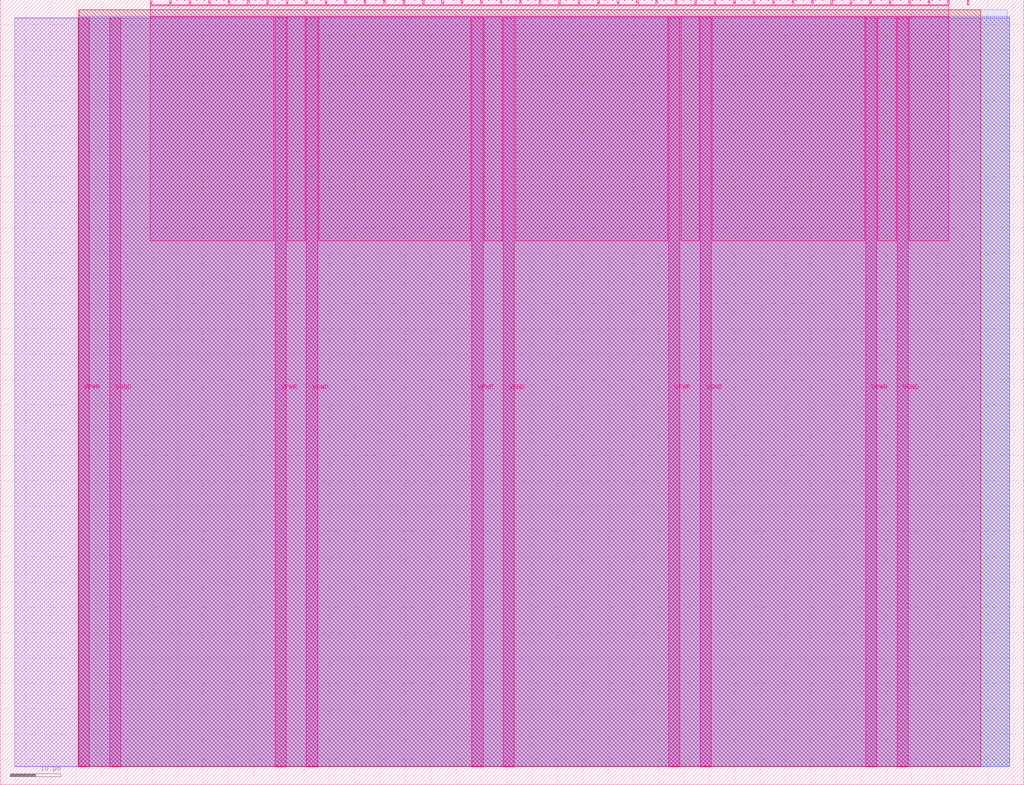
<source format=lef>
VERSION 5.7 ;
  NOWIREEXTENSIONATPIN ON ;
  DIVIDERCHAR "/" ;
  BUSBITCHARS "[]" ;
MACRO tt_um_claudiotalarico_counter
  CLASS BLOCK ;
  FOREIGN tt_um_claudiotalarico_counter ;
  ORIGIN 0.000 0.000 ;
  SIZE 202.080 BY 154.980 ;
  PIN VGND
    DIRECTION INOUT ;
    USE GROUND ;
    PORT
      LAYER Metal5 ;
        RECT 21.580 3.560 23.780 151.420 ;
    END
    PORT
      LAYER Metal5 ;
        RECT 60.450 3.560 62.650 151.420 ;
    END
    PORT
      LAYER Metal5 ;
        RECT 99.320 3.560 101.520 151.420 ;
    END
    PORT
      LAYER Metal5 ;
        RECT 138.190 3.560 140.390 151.420 ;
    END
    PORT
      LAYER Metal5 ;
        RECT 177.060 3.560 179.260 151.420 ;
    END
  END VGND
  PIN VPWR
    DIRECTION INOUT ;
    USE POWER ;
    PORT
      LAYER Metal5 ;
        RECT 15.380 3.560 17.580 151.420 ;
    END
    PORT
      LAYER Metal5 ;
        RECT 54.250 3.560 56.450 151.420 ;
    END
    PORT
      LAYER Metal5 ;
        RECT 93.120 3.560 95.320 151.420 ;
    END
    PORT
      LAYER Metal5 ;
        RECT 131.990 3.560 134.190 151.420 ;
    END
    PORT
      LAYER Metal5 ;
        RECT 170.860 3.560 173.060 151.420 ;
    END
  END VPWR
  PIN clk
    DIRECTION INPUT ;
    USE SIGNAL ;
    ANTENNAGATEAREA 0.213200 ;
    PORT
      LAYER Metal5 ;
        RECT 187.050 153.980 187.350 154.980 ;
    END
  END clk
  PIN ena
    DIRECTION INPUT ;
    USE SIGNAL ;
    PORT
      LAYER Metal5 ;
        RECT 190.890 153.980 191.190 154.980 ;
    END
  END ena
  PIN rst_n
    DIRECTION INPUT ;
    USE SIGNAL ;
    ANTENNAGATEAREA 0.180700 ;
    PORT
      LAYER Metal5 ;
        RECT 183.210 153.980 183.510 154.980 ;
    END
  END rst_n
  PIN ui_in[0]
    DIRECTION INPUT ;
    USE SIGNAL ;
    ANTENNAGATEAREA 0.180700 ;
    PORT
      LAYER Metal5 ;
        RECT 179.370 153.980 179.670 154.980 ;
    END
  END ui_in[0]
  PIN ui_in[1]
    DIRECTION INPUT ;
    USE SIGNAL ;
    ANTENNAGATEAREA 0.213200 ;
    PORT
      LAYER Metal5 ;
        RECT 175.530 153.980 175.830 154.980 ;
    END
  END ui_in[1]
  PIN ui_in[2]
    DIRECTION INPUT ;
    USE SIGNAL ;
    ANTENNAGATEAREA 0.180700 ;
    PORT
      LAYER Metal5 ;
        RECT 171.690 153.980 171.990 154.980 ;
    END
  END ui_in[2]
  PIN ui_in[3]
    DIRECTION INPUT ;
    USE SIGNAL ;
    PORT
      LAYER Metal5 ;
        RECT 167.850 153.980 168.150 154.980 ;
    END
  END ui_in[3]
  PIN ui_in[4]
    DIRECTION INPUT ;
    USE SIGNAL ;
    PORT
      LAYER Metal5 ;
        RECT 164.010 153.980 164.310 154.980 ;
    END
  END ui_in[4]
  PIN ui_in[5]
    DIRECTION INPUT ;
    USE SIGNAL ;
    PORT
      LAYER Metal5 ;
        RECT 160.170 153.980 160.470 154.980 ;
    END
  END ui_in[5]
  PIN ui_in[6]
    DIRECTION INPUT ;
    USE SIGNAL ;
    PORT
      LAYER Metal5 ;
        RECT 156.330 153.980 156.630 154.980 ;
    END
  END ui_in[6]
  PIN ui_in[7]
    DIRECTION INPUT ;
    USE SIGNAL ;
    PORT
      LAYER Metal5 ;
        RECT 152.490 153.980 152.790 154.980 ;
    END
  END ui_in[7]
  PIN uio_in[0]
    DIRECTION INPUT ;
    USE SIGNAL ;
    PORT
      LAYER Metal5 ;
        RECT 148.650 153.980 148.950 154.980 ;
    END
  END uio_in[0]
  PIN uio_in[1]
    DIRECTION INPUT ;
    USE SIGNAL ;
    PORT
      LAYER Metal5 ;
        RECT 144.810 153.980 145.110 154.980 ;
    END
  END uio_in[1]
  PIN uio_in[2]
    DIRECTION INPUT ;
    USE SIGNAL ;
    PORT
      LAYER Metal5 ;
        RECT 140.970 153.980 141.270 154.980 ;
    END
  END uio_in[2]
  PIN uio_in[3]
    DIRECTION INPUT ;
    USE SIGNAL ;
    PORT
      LAYER Metal5 ;
        RECT 137.130 153.980 137.430 154.980 ;
    END
  END uio_in[3]
  PIN uio_in[4]
    DIRECTION INPUT ;
    USE SIGNAL ;
    PORT
      LAYER Metal5 ;
        RECT 133.290 153.980 133.590 154.980 ;
    END
  END uio_in[4]
  PIN uio_in[5]
    DIRECTION INPUT ;
    USE SIGNAL ;
    PORT
      LAYER Metal5 ;
        RECT 129.450 153.980 129.750 154.980 ;
    END
  END uio_in[5]
  PIN uio_in[6]
    DIRECTION INPUT ;
    USE SIGNAL ;
    PORT
      LAYER Metal5 ;
        RECT 125.610 153.980 125.910 154.980 ;
    END
  END uio_in[6]
  PIN uio_in[7]
    DIRECTION INPUT ;
    USE SIGNAL ;
    PORT
      LAYER Metal5 ;
        RECT 121.770 153.980 122.070 154.980 ;
    END
  END uio_in[7]
  PIN uio_oe[0]
    DIRECTION OUTPUT ;
    USE SIGNAL ;
    ANTENNADIFFAREA 0.299200 ;
    PORT
      LAYER Metal5 ;
        RECT 56.490 153.980 56.790 154.980 ;
    END
  END uio_oe[0]
  PIN uio_oe[1]
    DIRECTION OUTPUT ;
    USE SIGNAL ;
    ANTENNADIFFAREA 0.299200 ;
    PORT
      LAYER Metal5 ;
        RECT 52.650 153.980 52.950 154.980 ;
    END
  END uio_oe[1]
  PIN uio_oe[2]
    DIRECTION OUTPUT ;
    USE SIGNAL ;
    ANTENNADIFFAREA 0.299200 ;
    PORT
      LAYER Metal5 ;
        RECT 48.810 153.980 49.110 154.980 ;
    END
  END uio_oe[2]
  PIN uio_oe[3]
    DIRECTION OUTPUT ;
    USE SIGNAL ;
    ANTENNADIFFAREA 0.299200 ;
    PORT
      LAYER Metal5 ;
        RECT 44.970 153.980 45.270 154.980 ;
    END
  END uio_oe[3]
  PIN uio_oe[4]
    DIRECTION OUTPUT ;
    USE SIGNAL ;
    ANTENNADIFFAREA 0.299200 ;
    PORT
      LAYER Metal5 ;
        RECT 41.130 153.980 41.430 154.980 ;
    END
  END uio_oe[4]
  PIN uio_oe[5]
    DIRECTION OUTPUT ;
    USE SIGNAL ;
    ANTENNADIFFAREA 0.299200 ;
    PORT
      LAYER Metal5 ;
        RECT 37.290 153.980 37.590 154.980 ;
    END
  END uio_oe[5]
  PIN uio_oe[6]
    DIRECTION OUTPUT ;
    USE SIGNAL ;
    ANTENNADIFFAREA 0.299200 ;
    PORT
      LAYER Metal5 ;
        RECT 33.450 153.980 33.750 154.980 ;
    END
  END uio_oe[6]
  PIN uio_oe[7]
    DIRECTION OUTPUT ;
    USE SIGNAL ;
    ANTENNADIFFAREA 0.299200 ;
    PORT
      LAYER Metal5 ;
        RECT 29.610 153.980 29.910 154.980 ;
    END
  END uio_oe[7]
  PIN uio_out[0]
    DIRECTION OUTPUT ;
    USE SIGNAL ;
    ANTENNADIFFAREA 0.299200 ;
    PORT
      LAYER Metal5 ;
        RECT 87.210 153.980 87.510 154.980 ;
    END
  END uio_out[0]
  PIN uio_out[1]
    DIRECTION OUTPUT ;
    USE SIGNAL ;
    ANTENNADIFFAREA 0.299200 ;
    PORT
      LAYER Metal5 ;
        RECT 83.370 153.980 83.670 154.980 ;
    END
  END uio_out[1]
  PIN uio_out[2]
    DIRECTION OUTPUT ;
    USE SIGNAL ;
    ANTENNADIFFAREA 0.299200 ;
    PORT
      LAYER Metal5 ;
        RECT 79.530 153.980 79.830 154.980 ;
    END
  END uio_out[2]
  PIN uio_out[3]
    DIRECTION OUTPUT ;
    USE SIGNAL ;
    ANTENNADIFFAREA 0.299200 ;
    PORT
      LAYER Metal5 ;
        RECT 75.690 153.980 75.990 154.980 ;
    END
  END uio_out[3]
  PIN uio_out[4]
    DIRECTION OUTPUT ;
    USE SIGNAL ;
    ANTENNADIFFAREA 0.299200 ;
    PORT
      LAYER Metal5 ;
        RECT 71.850 153.980 72.150 154.980 ;
    END
  END uio_out[4]
  PIN uio_out[5]
    DIRECTION OUTPUT ;
    USE SIGNAL ;
    ANTENNADIFFAREA 0.299200 ;
    PORT
      LAYER Metal5 ;
        RECT 68.010 153.980 68.310 154.980 ;
    END
  END uio_out[5]
  PIN uio_out[6]
    DIRECTION OUTPUT ;
    USE SIGNAL ;
    ANTENNADIFFAREA 0.299200 ;
    PORT
      LAYER Metal5 ;
        RECT 64.170 153.980 64.470 154.980 ;
    END
  END uio_out[6]
  PIN uio_out[7]
    DIRECTION OUTPUT ;
    USE SIGNAL ;
    ANTENNADIFFAREA 0.299200 ;
    PORT
      LAYER Metal5 ;
        RECT 60.330 153.980 60.630 154.980 ;
    END
  END uio_out[7]
  PIN uo_out[0]
    DIRECTION OUTPUT ;
    USE SIGNAL ;
    ANTENNAGATEAREA 0.709800 ;
    ANTENNADIFFAREA 0.632400 ;
    PORT
      LAYER Metal5 ;
        RECT 117.930 153.980 118.230 154.980 ;
    END
  END uo_out[0]
  PIN uo_out[1]
    DIRECTION OUTPUT ;
    USE SIGNAL ;
    ANTENNAGATEAREA 0.926900 ;
    ANTENNADIFFAREA 0.632400 ;
    PORT
      LAYER Metal5 ;
        RECT 114.090 153.980 114.390 154.980 ;
    END
  END uo_out[1]
  PIN uo_out[2]
    DIRECTION OUTPUT ;
    USE SIGNAL ;
    ANTENNAGATEAREA 0.841100 ;
    ANTENNADIFFAREA 0.632400 ;
    PORT
      LAYER Metal5 ;
        RECT 110.250 153.980 110.550 154.980 ;
    END
  END uo_out[2]
  PIN uo_out[3]
    DIRECTION OUTPUT ;
    USE SIGNAL ;
    ANTENNAGATEAREA 0.434200 ;
    ANTENNADIFFAREA 0.632400 ;
    PORT
      LAYER Metal5 ;
        RECT 106.410 153.980 106.710 154.980 ;
    END
  END uo_out[3]
  PIN uo_out[4]
    DIRECTION OUTPUT ;
    USE SIGNAL ;
    ANTENNADIFFAREA 0.299200 ;
    PORT
      LAYER Metal5 ;
        RECT 102.570 153.980 102.870 154.980 ;
    END
  END uo_out[4]
  PIN uo_out[5]
    DIRECTION OUTPUT ;
    USE SIGNAL ;
    ANTENNADIFFAREA 0.299200 ;
    PORT
      LAYER Metal5 ;
        RECT 98.730 153.980 99.030 154.980 ;
    END
  END uo_out[5]
  PIN uo_out[6]
    DIRECTION OUTPUT ;
    USE SIGNAL ;
    ANTENNADIFFAREA 0.299200 ;
    PORT
      LAYER Metal5 ;
        RECT 94.890 153.980 95.190 154.980 ;
    END
  END uo_out[6]
  PIN uo_out[7]
    DIRECTION OUTPUT ;
    USE SIGNAL ;
    ANTENNADIFFAREA 0.299200 ;
    PORT
      LAYER Metal5 ;
        RECT 91.050 153.980 91.350 154.980 ;
    END
  END uo_out[7]
  OBS
      LAYER GatPoly ;
        RECT 2.880 3.630 199.200 151.350 ;
      LAYER Metal1 ;
        RECT 2.880 3.560 199.200 151.420 ;
      LAYER Metal2 ;
        RECT 15.515 3.680 199.300 151.720 ;
      LAYER Metal3 ;
        RECT 15.560 3.635 198.820 153.025 ;
      LAYER Metal4 ;
        RECT 15.515 3.680 193.585 152.980 ;
      LAYER Metal5 ;
        RECT 30.120 153.770 33.240 153.980 ;
        RECT 33.960 153.770 37.080 153.980 ;
        RECT 37.800 153.770 40.920 153.980 ;
        RECT 41.640 153.770 44.760 153.980 ;
        RECT 45.480 153.770 48.600 153.980 ;
        RECT 49.320 153.770 52.440 153.980 ;
        RECT 53.160 153.770 56.280 153.980 ;
        RECT 57.000 153.770 60.120 153.980 ;
        RECT 60.840 153.770 63.960 153.980 ;
        RECT 64.680 153.770 67.800 153.980 ;
        RECT 68.520 153.770 71.640 153.980 ;
        RECT 72.360 153.770 75.480 153.980 ;
        RECT 76.200 153.770 79.320 153.980 ;
        RECT 80.040 153.770 83.160 153.980 ;
        RECT 83.880 153.770 87.000 153.980 ;
        RECT 87.720 153.770 90.840 153.980 ;
        RECT 91.560 153.770 94.680 153.980 ;
        RECT 95.400 153.770 98.520 153.980 ;
        RECT 99.240 153.770 102.360 153.980 ;
        RECT 103.080 153.770 106.200 153.980 ;
        RECT 106.920 153.770 110.040 153.980 ;
        RECT 110.760 153.770 113.880 153.980 ;
        RECT 114.600 153.770 117.720 153.980 ;
        RECT 118.440 153.770 121.560 153.980 ;
        RECT 122.280 153.770 125.400 153.980 ;
        RECT 126.120 153.770 129.240 153.980 ;
        RECT 129.960 153.770 133.080 153.980 ;
        RECT 133.800 153.770 136.920 153.980 ;
        RECT 137.640 153.770 140.760 153.980 ;
        RECT 141.480 153.770 144.600 153.980 ;
        RECT 145.320 153.770 148.440 153.980 ;
        RECT 149.160 153.770 152.280 153.980 ;
        RECT 153.000 153.770 156.120 153.980 ;
        RECT 156.840 153.770 159.960 153.980 ;
        RECT 160.680 153.770 163.800 153.980 ;
        RECT 164.520 153.770 167.640 153.980 ;
        RECT 168.360 153.770 171.480 153.980 ;
        RECT 172.200 153.770 175.320 153.980 ;
        RECT 176.040 153.770 179.160 153.980 ;
        RECT 179.880 153.770 183.000 153.980 ;
        RECT 183.720 153.770 186.840 153.980 ;
        RECT 29.660 151.630 187.300 153.770 ;
        RECT 29.660 107.375 54.040 151.630 ;
        RECT 56.660 107.375 60.240 151.630 ;
        RECT 62.860 107.375 92.910 151.630 ;
        RECT 95.530 107.375 99.110 151.630 ;
        RECT 101.730 107.375 131.780 151.630 ;
        RECT 134.400 107.375 137.980 151.630 ;
        RECT 140.600 107.375 170.650 151.630 ;
        RECT 173.270 107.375 176.850 151.630 ;
        RECT 179.470 107.375 187.300 151.630 ;
  END
END tt_um_claudiotalarico_counter
END LIBRARY


</source>
